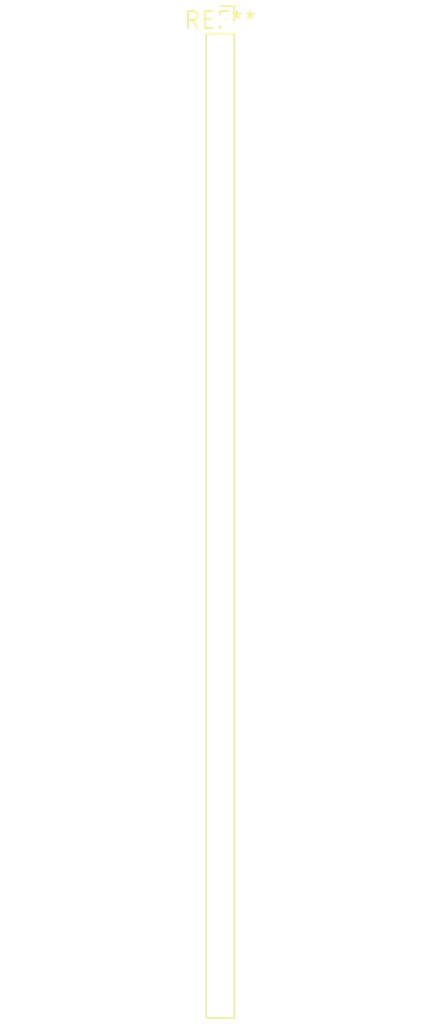
<source format=kicad_pcb>
(kicad_pcb (version 20240108) (generator pcbnew)
  (layers (0 "F.Cu" signal) (31 "B.Cu" signal) (34 "B.Paste" user) (35 "F.Paste" user) (36 "B.SilkS" user "B.Silkscreen") (37 "F.SilkS" user "F.Silkscreen") (38 "B.Mask" user) (39 "F.Mask" user) (44 "Edge.Cuts" user))
  (net 0 "")
  (footprint "PinSocket_1x38_P2.00mm_Vertical" (layer "F.Cu") (at 0 0)
    (property "Reference" "REF**")
    (property "Value" "PinSocket_1x38_P2.00mm_Vertical")
    (fp_line (start -1.06 1) (end -1.06 75.06) (layer "F.SilkS") (stroke (width 0.12)))
    (fp_line (start -1.06 1) (end 1.06 1) (layer "F.SilkS") (stroke (width 0.12)))
    (fp_line (start -1.06 75.06) (end 1.06 75.06) (layer "F.SilkS") (stroke (width 0.12)))
    (fp_line (start 0 -1.06) (end 1.06 -1.06) (layer "F.SilkS") (stroke (width 0.12)))
    (fp_line (start 1.06 -1.06) (end 1.06 0) (layer "F.SilkS") (stroke (width 0.12)))
    (fp_line (start 1.06 1) (end 1.06 75.06) (layer "F.SilkS") (stroke (width 0.12)))
    (pad "1" thru_hole rect (at 0 0) (size 1.35 1.35) (drill 0.8) (layers *.Cu *.Mask) (remove_unused_layers))
    (pad "2" thru_hole oval (at 0 2) (size 1.35 1.35) (drill 0.8) (layers *.Cu *.Mask) (remove_unused_layers))
    (pad "3" thru_hole oval (at 0 4) (size 1.35 1.35) (drill 0.8) (layers *.Cu *.Mask) (remove_unused_layers))
    (pad "4" thru_hole oval (at 0 6) (size 1.35 1.35) (drill 0.8) (layers *.Cu *.Mask) (remove_unused_layers))
    (pad "5" thru_hole oval (at 0 8) (size 1.35 1.35) (drill 0.8) (layers *.Cu *.Mask) (remove_unused_layers))
    (pad "6" thru_hole oval (at 0 10) (size 1.35 1.35) (drill 0.8) (layers *.Cu *.Mask) (remove_unused_layers))
    (pad "7" thru_hole oval (at 0 12) (size 1.35 1.35) (drill 0.8) (layers *.Cu *.Mask) (remove_unused_layers))
    (pad "8" thru_hole oval (at 0 14) (size 1.35 1.35) (drill 0.8) (layers *.Cu *.Mask) (remove_unused_layers))
    (pad "9" thru_hole oval (at 0 16) (size 1.35 1.35) (drill 0.8) (layers *.Cu *.Mask) (remove_unused_layers))
    (pad "10" thru_hole oval (at 0 18) (size 1.35 1.35) (drill 0.8) (layers *.Cu *.Mask) (remove_unused_layers))
    (pad "11" thru_hole oval (at 0 20) (size 1.35 1.35) (drill 0.8) (layers *.Cu *.Mask) (remove_unused_layers))
    (pad "12" thru_hole oval (at 0 22) (size 1.35 1.35) (drill 0.8) (layers *.Cu *.Mask) (remove_unused_layers))
    (pad "13" thru_hole oval (at 0 24) (size 1.35 1.35) (drill 0.8) (layers *.Cu *.Mask) (remove_unused_layers))
    (pad "14" thru_hole oval (at 0 26) (size 1.35 1.35) (drill 0.8) (layers *.Cu *.Mask) (remove_unused_layers))
    (pad "15" thru_hole oval (at 0 28) (size 1.35 1.35) (drill 0.8) (layers *.Cu *.Mask) (remove_unused_layers))
    (pad "16" thru_hole oval (at 0 30) (size 1.35 1.35) (drill 0.8) (layers *.Cu *.Mask) (remove_unused_layers))
    (pad "17" thru_hole oval (at 0 32) (size 1.35 1.35) (drill 0.8) (layers *.Cu *.Mask) (remove_unused_layers))
    (pad "18" thru_hole oval (at 0 34) (size 1.35 1.35) (drill 0.8) (layers *.Cu *.Mask) (remove_unused_layers))
    (pad "19" thru_hole oval (at 0 36) (size 1.35 1.35) (drill 0.8) (layers *.Cu *.Mask) (remove_unused_layers))
    (pad "20" thru_hole oval (at 0 38) (size 1.35 1.35) (drill 0.8) (layers *.Cu *.Mask) (remove_unused_layers))
    (pad "21" thru_hole oval (at 0 40) (size 1.35 1.35) (drill 0.8) (layers *.Cu *.Mask) (remove_unused_layers))
    (pad "22" thru_hole oval (at 0 42) (size 1.35 1.35) (drill 0.8) (layers *.Cu *.Mask) (remove_unused_layers))
    (pad "23" thru_hole oval (at 0 44) (size 1.35 1.35) (drill 0.8) (layers *.Cu *.Mask) (remove_unused_layers))
    (pad "24" thru_hole oval (at 0 46) (size 1.35 1.35) (drill 0.8) (layers *.Cu *.Mask) (remove_unused_layers))
    (pad "25" thru_hole oval (at 0 48) (size 1.35 1.35) (drill 0.8) (layers *.Cu *.Mask) (remove_unused_layers))
    (pad "26" thru_hole oval (at 0 50) (size 1.35 1.35) (drill 0.8) (layers *.Cu *.Mask) (remove_unused_layers))
    (pad "27" thru_hole oval (at 0 52) (size 1.35 1.35) (drill 0.8) (layers *.Cu *.Mask) (remove_unused_layers))
    (pad "28" thru_hole oval (at 0 54) (size 1.35 1.35) (drill 0.8) (layers *.Cu *.Mask) (remove_unused_layers))
    (pad "29" thru_hole oval (at 0 56) (size 1.35 1.35) (drill 0.8) (layers *.Cu *.Mask) (remove_unused_layers))
    (pad "30" thru_hole oval (at 0 58) (size 1.35 1.35) (drill 0.8) (layers *.Cu *.Mask) (remove_unused_layers))
    (pad "31" thru_hole oval (at 0 60) (size 1.35 1.35) (drill 0.8) (layers *.Cu *.Mask) (remove_unused_layers))
    (pad "32" thru_hole oval (at 0 62) (size 1.35 1.35) (drill 0.8) (layers *.Cu *.Mask) (remove_unused_layers))
    (pad "33" thru_hole oval (at 0 64) (size 1.35 1.35) (drill 0.8) (layers *.Cu *.Mask) (remove_unused_layers))
    (pad "34" thru_hole oval (at 0 66) (size 1.35 1.35) (drill 0.8) (layers *.Cu *.Mask) (remove_unused_layers))
    (pad "35" thru_hole oval (at 0 68) (size 1.35 1.35) (drill 0.8) (layers *.Cu *.Mask) (remove_unused_layers))
    (pad "36" thru_hole oval (at 0 70) (size 1.35 1.35) (drill 0.8) (layers *.Cu *.Mask) (remove_unused_layers))
    (pad "37" thru_hole oval (at 0 72) (size 1.35 1.35) (drill 0.8) (layers *.Cu *.Mask) (remove_unused_layers))
    (pad "38" thru_hole oval (at 0 74) (size 1.35 1.35) (drill 0.8) (layers *.Cu *.Mask) (remove_unused_layers))
  )
)
</source>
